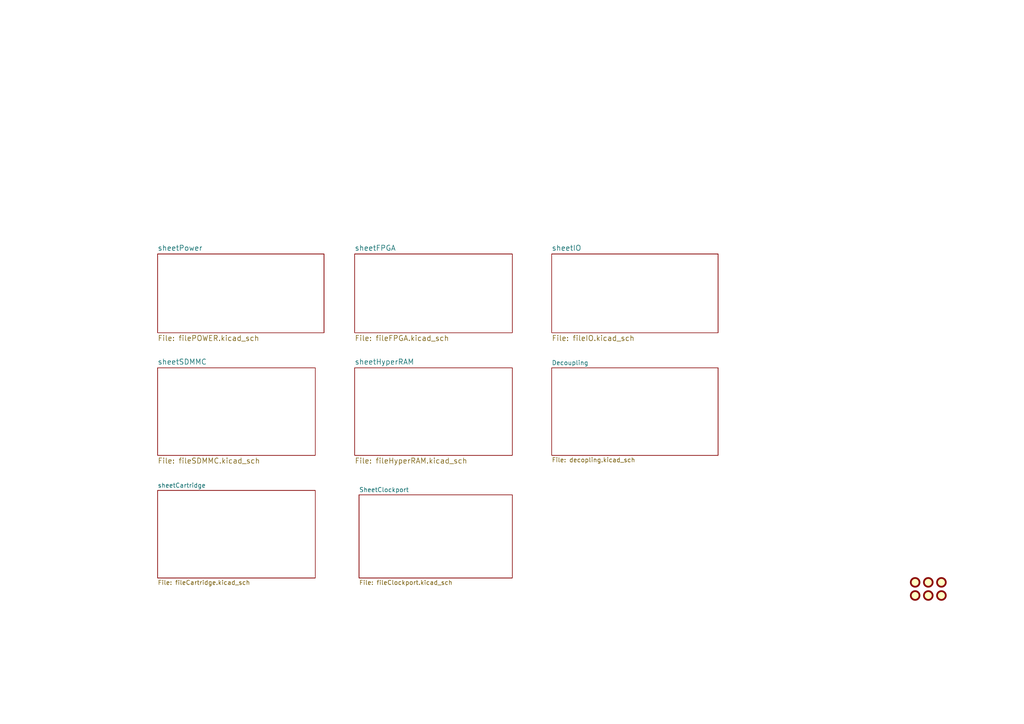
<source format=kicad_sch>
(kicad_sch (version 20211123) (generator eeschema)
  (paper "A4")
  (title_block (title "Orange Cart") (date "2021-02-28") (rev "r0.1") (comment 2 "Licensed under CERN OHL v.1.2") (comment 3 "Cartridge version redesign: Marcus Comstedt") (comment 4 "Based on Orange Crab by Gregory Davill"))
  (lib_symbols
    (symbol "Mechanical:Fiducial"
      (property "Reference" "FID" (at 0 5.08 0))
      (property "Value" "Fiducial" (at 0 3.175 0))
      (symbol "Fiducial_0_1"
        (circle (center 0 0) (radius 1.27) (stroke (width 0.508)) (fill (type background)))
      )
    )
  )
  (symbol (lib_id "Mechanical:Fiducial") (at 265.43 168.91 0) (unit 1) (in_bom no)
    (property "Reference" "FID1" (effects hide))
    (property "Value" "Fiducial" (effects hide))
    (property "Footprint" "Fiducial:Fiducial_0.75mm_Mask1.5mm" (effects hide))
  )
  (symbol (lib_id "Mechanical:Fiducial") (at 269.24 168.91 0) (unit 1) (in_bom no)
    (property "Reference" "FID2" (effects hide))
    (property "Value" "Fiducial" (effects hide))
    (property "Footprint" "Fiducial:Fiducial_0.75mm_Mask1.5mm" (effects hide))
  )
  (symbol (lib_id "Mechanical:Fiducial") (at 265.43 172.72 0) (unit 1) (in_bom no)
    (property "Reference" "FID4" (effects hide))
    (property "Value" "Fiducial" (effects hide))
    (property "Footprint" "Fiducial:Fiducial_0.75mm_Mask1.5mm" (effects hide))
  )
  (symbol (lib_id "Mechanical:Fiducial") (at 269.24 172.72 0) (unit 1) (in_bom no)
    (property "Reference" "FID5" (effects hide))
    (property "Value" "Fiducial" (effects hide))
    (property "Footprint" "Fiducial:Fiducial_0.75mm_Mask1.5mm" (effects hide))
  )
  (symbol (lib_id "Mechanical:Fiducial") (at 273.05 168.91 0) (unit 1) (in_bom no)
    (property "Reference" "FID3" (effects hide))
    (property "Value" "Fiducial" (effects hide))
    (property "Footprint" "Fiducial:Fiducial_0.75mm_Mask1.5mm" (effects hide))
  )
  (symbol (lib_id "Mechanical:Fiducial") (at 273.05 172.72 0) (unit 1) (in_bom no)
    (property "Reference" "FID6" (effects hide))
    (property "Value" "Fiducial" (effects hide))
    (property "Footprint" "Fiducial:Fiducial_0.75mm_Mask1.5mm" (effects hide))
  )
  (sheet (at 102.87 73.66) (size 45.72 22.86)
    (property "Sheet name" "sheetFPGA" (at 102.87 72.8214 0) (effects (font (size 1.524 1.524)) (justify left bottom)))
    (property "Sheet file" "fileFPGA.kicad_sch" (at 102.87 97.2062 0) (effects (font (size 1.524 1.524)) (justify left top)))
  )
  (sheet (at 160.02 73.66) (size 48.26 22.86)
    (property "Sheet name" "sheetIO" (at 160.02 72.8214 0) (effects (font (size 1.524 1.524)) (justify left bottom)))
    (property "Sheet file" "fileIO.kicad_sch" (at 160.02 97.2062 0) (effects (font (size 1.524 1.524)) (justify left top)))
  )
  (sheet (at 102.87 106.68) (size 45.72 25.4)
    (property "Sheet name" "sheetHyperRAM" (at 102.87 105.8414 0) (effects (font (size 1.524 1.524)) (justify left bottom)))
    (property "Sheet file" "fileHyperRAM.kicad_sch" (at 102.87 132.7662 0) (effects (font (size 1.524 1.524)) (justify left top)))
  )
  (sheet (at 45.72 106.68) (size 45.72 25.4)
    (property "Sheet name" "sheetSDMMC" (at 45.72 105.8414 0) (effects (font (size 1.524 1.524)) (justify left bottom)))
    (property "Sheet file" "fileSDMMC.kicad_sch" (at 45.72 132.7662 0) (effects (font (size 1.524 1.524)) (justify left top)))
  )
  (sheet (at 45.72 73.66) (size 48.26 22.86)
    (property "Sheet name" "sheetPower" (at 45.72 72.8214 0) (effects (font (size 1.524 1.524)) (justify left bottom)))
    (property "Sheet file" "filePOWER.kicad_sch" (at 45.72 97.2062 0) (effects (font (size 1.524 1.524)) (justify left top)))
  )
  (sheet (at 160.02 106.68) (size 48.26 25.4)
    (property "Sheet name" "Decoupling" (at 160.02 105.9684 0) (effects (justify left bottom)))
    (property "Sheet file" "decopling.kicad_sch" (at 160.02 132.6646 0) (effects (justify left top)))
  )
  (sheet (at 45.72 142.24) (size 45.72 25.4)
    (property "Sheet name" "sheetCartridge" (at 45.72 141.5284 0) (effects (justify left bottom)))
    (property "Sheet file" "fileCartridge.kicad_sch" (at 45.72 168.2246 0) (effects (justify left top)))
  )
  (sheet (at 104.14 143.51) (size 44.45 24.13)
    (property "Sheet name" "SheetClockport" (at 104.14 142.7984 0) (effects (justify left bottom)))
    (property "Sheet file" "fileClockport.kicad_sch" (at 104.14 168.2246 0) (effects (justify left top)))
  )
)
</source>
